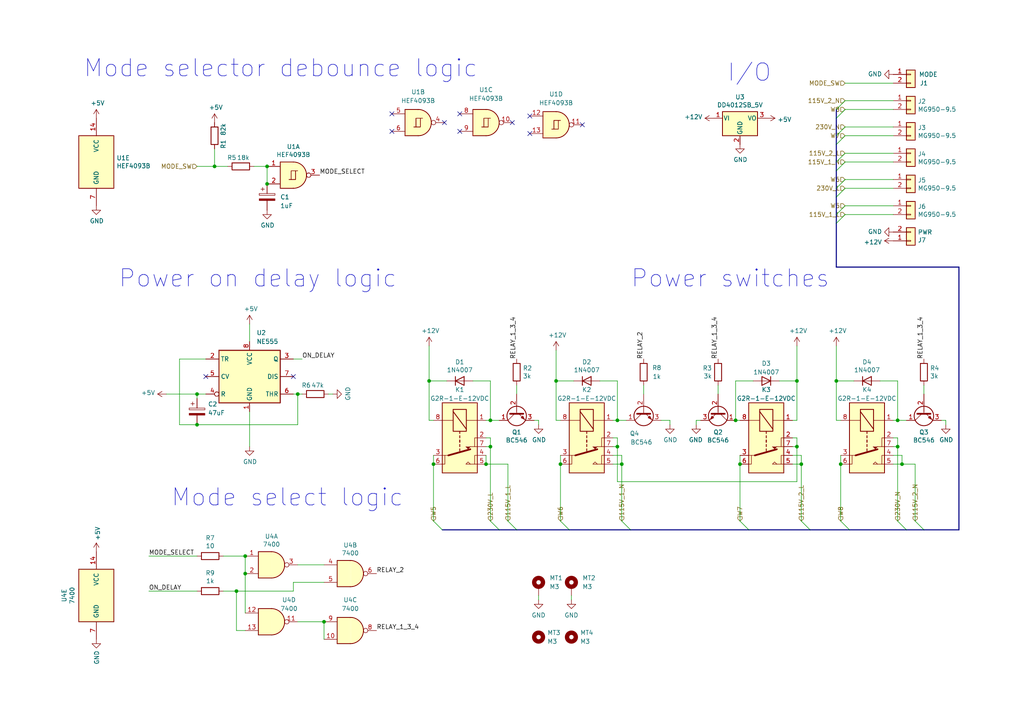
<source format=kicad_sch>
(kicad_sch (version 20211123) (generator eeschema)
  (paper "A4")
  (lib_symbols
    (symbol "4xxx:HEF4093B" (pin_names (offset 1.016))
      (property "Reference" "U" (at 0 1.27 0))
      (property "Value" "HEF4093B" (at 0 -1.27 0))
      (symbol "HEF4093B_1_0"
        (polyline (pts (xy -0.635 -1.27) (xy -0.635 1.27) (xy 0.635 1.27)))
        (polyline (pts (xy -0.635 -1.27) (xy -0.635 1.27) (xy 0.635 1.27)))
        (polyline (pts (xy -1.27 -1.27) (xy 0.635 -1.27) (xy 0.635 1.27) (xy 1.27 1.27)))
        (polyline (pts (xy -1.27 -1.27) (xy 0.635 -1.27) (xy 0.635 1.27) (xy 1.27 1.27)))
      )
      (symbol "HEF4093B_1_1"
        (arc (start 0 -3.81) (mid 3.81 0) (end 0 3.81) (stroke (width 0.254)) (fill (type background)))
        (polyline (pts (xy 0 3.81) (xy -3.81 3.81) (xy -3.81 -3.81) (xy 0 -3.81)) (stroke (width 0.254)) (fill (type background)))
        (pin input line (at -7.62 2.54 0) (length 3.81) (name "~") (number "1"))
        (pin input line (at -7.62 -2.54 0) (length 3.81) (name "~") (number "2"))
        (pin output inverted (at 7.62 0 180) (length 3.81) (name "~") (number "3"))
      )
      (symbol "HEF4093B_1_2"
        (arc (start -3.81 -3.81) (mid -2.589 0) (end -3.81 3.81) (stroke (width 0.254)))
        (arc (start -0.6096 -3.81) (mid 2.1842 -2.5851) (end 3.81 0) (stroke (width 0.254)) (fill (type background)))
        (polyline (pts (xy -3.81 -3.81) (xy -0.635 -3.81)) (stroke (width 0.254)) (fill (type background)))
        (polyline (pts (xy -3.81 3.81) (xy -0.635 3.81)) (stroke (width 0.254)) (fill (type background)))
        (polyline (pts (xy -0.635 3.81) (xy -3.81 3.81) (xy -3.81 3.81) (xy -3.556 3.4036) (xy -3.0226 2.2606) (xy -2.6924 1.0414) (xy -2.6162 -0.254) (xy -2.7686 -1.4986) (xy -3.175 -2.7178) (xy -3.81 -3.81) (xy -3.81 -3.81) (xy -0.635 -3.81)) (stroke (width -25.4)) (fill (type background)))
        (arc (start 3.81 0) (mid 2.1915 2.5936) (end -0.6096 3.81) (stroke (width 0.254)) (fill (type background)))
        (pin input inverted (at -7.62 2.54 0) (length 4.318) (name "~") (number "1"))
        (pin input inverted (at -7.62 -2.54 0) (length 4.318) (name "~") (number "2"))
        (pin output line (at 7.62 0 180) (length 3.81) (name "~") (number "3"))
      )
      (symbol "HEF4093B_2_0"
        (polyline (pts (xy -0.635 -1.27) (xy -0.635 1.27) (xy 0.635 1.27)))
        (polyline (pts (xy -0.635 -1.27) (xy -0.635 1.27) (xy 0.635 1.27)))
        (polyline (pts (xy -1.27 -1.27) (xy 0.635 -1.27) (xy 0.635 1.27) (xy 1.27 1.27)))
        (polyline (pts (xy -1.27 -1.27) (xy 0.635 -1.27) (xy 0.635 1.27) (xy 1.27 1.27)))
      )
      (symbol "HEF4093B_2_1"
        (arc (start 0 -3.81) (mid 3.81 0) (end 0 3.81) (stroke (width 0.254)) (fill (type background)))
        (polyline (pts (xy 0 3.81) (xy -3.81 3.81) (xy -3.81 -3.81) (xy 0 -3.81)) (stroke (width 0.254)) (fill (type background)))
        (pin output inverted (at 7.62 0 180) (length 3.81) (name "~") (number "4"))
        (pin input line (at -7.62 2.54 0) (length 3.81) (name "~") (number "5"))
        (pin input line (at -7.62 -2.54 0) (length 3.81) (name "~") (number "6"))
      )
      (symbol "HEF4093B_2_2"
        (arc (start -3.81 -3.81) (mid -2.589 0) (end -3.81 3.81) (stroke (width 0.254)))
        (arc (start -0.6096 -3.81) (mid 2.1842 -2.5851) (end 3.81 0) (stroke (width 0.254)) (fill (type background)))
        (polyline (pts (xy -3.81 -3.81) (xy -0.635 -3.81)) (stroke (width 0.254)) (fill (type background)))
        (polyline (pts (xy -3.81 3.81) (xy -0.635 3.81)) (stroke (width 0.254)) (fill (type background)))
        (polyline (pts (xy -0.635 3.81) (xy -3.81 3.81) (xy -3.81 3.81) (xy -3.556 3.4036) (xy -3.0226 2.2606) (xy -2.6924 1.0414) (xy -2.6162 -0.254) (xy -2.7686 -1.4986) (xy -3.175 -2.7178) (xy -3.81 -3.81) (xy -3.81 -3.81) (xy -0.635 -3.81)) (stroke (width -25.4)) (fill (type background)))
        (arc (start 3.81 0) (mid 2.1915 2.5936) (end -0.6096 3.81) (stroke (width 0.254)) (fill (type background)))
        (pin output line (at 7.62 0 180) (length 3.81) (name "~") (number "4"))
        (pin input inverted (at -7.62 2.54 0) (length 4.318) (name "~") (number "5"))
        (pin input inverted (at -7.62 -2.54 0) (length 4.318) (name "~") (number "6"))
      )
      (symbol "HEF4093B_3_0"
        (polyline (pts (xy -0.635 -1.27) (xy -0.635 1.27) (xy 0.635 1.27)))
        (polyline (pts (xy -0.635 -1.27) (xy -0.635 1.27) (xy 0.635 1.27)))
        (polyline (pts (xy -1.27 -1.27) (xy 0.635 -1.27) (xy 0.635 1.27) (xy 1.27 1.27)))
        (polyline (pts (xy -1.27 -1.27) (xy 0.635 -1.27) (xy 0.635 1.27) (xy 1.27 1.27)))
      )
      (symbol "HEF4093B_3_1"
        (arc (start 0 -3.81) (mid 3.81 0) (end 0 3.81) (stroke (width 0.254)) (fill (type background)))
        (polyline (pts (xy 0 3.81) (xy -3.81 3.81) (xy -3.81 -3.81) (xy 0 -3.81)) (stroke (width 0.254)) (fill (type background)))
        (pin output inverted (at 7.62 0 180) (length 3.81) (name "~") (number "10"))
        (pin input line (at -7.62 2.54 0) (length 3.81) (name "~") (number "8"))
        (pin input line (at -7.62 -2.54 0) (length 3.81) (name "~") (number "9"))
      )
      (symbol "HEF4093B_3_2"
        (arc (start -3.81 -3.81) (mid -2.589 0) (end -3.81 3.81) (stroke (width 0.254)))
        (arc (start -0.6096 -3.81) (mid 2.1842 -2.5851) (end 3.81 0) (stroke (width 0.254)) (fill (type background)))
        (polyline (pts (xy -3.81 -3.81) (xy -0.635 -3.81)) (stroke (width 0.254)) (fill (type background)))
        (polyline (pts (xy -3.81 3.81) (xy -0.635 3.81)) (stroke (width 0.254)) (fill (type background)))
        (polyline (pts (xy -0.635 3.81) (xy -3.81 3.81) (xy -3.81 3.81) (xy -3.556 3.4036) (xy -3.0226 2.2606) (xy -2.6924 1.0414) (xy -2.6162 -0.254) (xy -2.7686 -1.4986) (xy -3.175 -2.7178) (xy -3.81 -3.81) (xy -3.81 -3.81) (xy -0.635 -3.81)) (stroke (width -25.4)) (fill (type background)))
        (arc (start 3.81 0) (mid 2.1915 2.5936) (end -0.6096 3.81) (stroke (width 0.254)) (fill (type background)))
        (pin output line (at 7.62 0 180) (length 3.81) (name "~") (number "10"))
        (pin input inverted (at -7.62 2.54 0) (length 4.318) (name "~") (number "8"))
        (pin input inverted (at -7.62 -2.54 0) (length 4.318) (name "~") (number "9"))
      )
      (symbol "HEF4093B_4_0"
        (polyline (pts (xy -0.635 -1.27) (xy -0.635 1.27) (xy 0.635 1.27)))
        (polyline (pts (xy -0.635 -1.27) (xy -0.635 1.27) (xy 0.635 1.27)))
        (polyline (pts (xy -1.27 -1.27) (xy 0.635 -1.27) (xy 0.635 1.27) (xy 1.27 1.27)))
        (polyline (pts (xy -1.27 -1.27) (xy 0.635 -1.27) (xy 0.635 1.27) (xy 1.27 1.27)))
      )
      (symbol "HEF4093B_4_1"
        (arc (start 0 -3.81) (mid 3.81 0) (end 0 3.81) (stroke (width 0.254)) (fill (type background)))
        (polyline (pts (xy 0 3.81) (xy -3.81 3.81) (xy -3.81 -3.81) (xy 0 -3.81)) (stroke (width 0.254)) (fill (type background)))
        (pin output inverted (at 7.62 0 180) (length 3.81) (name "~") (number "11"))
        (pin input line (at -7.62 2.54 0) (length 3.81) (name "~") (number "12"))
        (pin input line (at -7.62 -2.54 0) (length 3.81) (name "~") (number "13"))
      )
      (symbol "HEF4093B_4_2"
        (arc (start -3.81 -3.81) (mid -2.589 0) (end -3.81 3.81) (stroke (width 0.254)))
        (arc (start -0.6096 -3.81) (mid 2.1842 -2.5851) (end 3.81 0) (stroke (width 0.254)) (fill (type background)))
        (polyline (pts (xy -3.81 -3.81) (xy -0.635 -3.81)) (stroke (width 0.254)) (fill (type background)))
        (polyline (pts (xy -3.81 3.81) (xy -0.635 3.81)) (stroke (width 0.254)) (fill (type background)))
        (polyline (pts (xy -0.635 3.81) (xy -3.81 3.81) (xy -3.81 3.81) (xy -3.556 3.4036) (xy -3.0226 2.2606) (xy -2.6924 1.0414) (xy -2.6162 -0.254) (xy -2.7686 -1.4986) (xy -3.175 -2.7178) (xy -3.81 -3.81) (xy -3.81 -3.81) (xy -0.635 -3.81)) (stroke (width -25.4)) (fill (type background)))
        (arc (start 3.81 0) (mid 2.1915 2.5936) (end -0.6096 3.81) (stroke (width 0.254)) (fill (type background)))
        (pin output line (at 7.62 0 180) (length 3.81) (name "~") (number "11"))
        (pin input inverted (at -7.62 2.54 0) (length 4.318) (name "~") (number "12"))
        (pin input inverted (at -7.62 -2.54 0) (length 4.318) (name "~") (number "13"))
      )
      (symbol "HEF4093B_5_0"
        (pin power_in line (at 0 12.7 270) (length 5.08) (name "VCC") (number "14"))
        (pin power_in line (at 0 -12.7 90) (length 5.08) (name "GND") (number "7"))
      )
      (symbol "HEF4093B_5_1"
        (rectangle (start -5.08 7.62) (end 5.08 -7.62) (stroke (width 0.254)) (fill (type background)))
      )
    )
    (symbol "74xx:7400" (pin_names (offset 1.016))
      (property "Reference" "U" (at 0 1.27 0))
      (property "Value" "7400" (at 0 -1.27 0))
      (symbol "7400_1_1"
        (arc (start 0 -3.81) (mid 3.81 0) (end 0 3.81) (stroke (width 0.254)) (fill (type background)))
        (polyline (pts (xy 0 3.81) (xy -3.81 3.81) (xy -3.81 -3.81) (xy 0 -3.81)) (stroke (width 0.254)) (fill (type background)))
        (pin input line (at -7.62 2.54 0) (length 3.81) (name "~") (number "1"))
        (pin input line (at -7.62 -2.54 0) (length 3.81) (name "~") (number "2"))
        (pin output inverted (at 7.62 0 180) (length 3.81) (name "~") (number "3"))
      )
      (symbol "7400_1_2"
        (arc (start -3.81 -3.81) (mid -2.589 0) (end -3.81 3.81) (stroke (width 0.254)))
        (arc (start -0.6096 -3.81) (mid 2.1842 -2.5851) (end 3.81 0) (stroke (width 0.254)) (fill (type background)))
        (polyline (pts (xy -3.81 -3.81) (xy -0.635 -3.81)) (stroke (width 0.254)) (fill (type background)))
        (polyline (pts (xy -3.81 3.81) (xy -0.635 3.81)) (stroke (width 0.254)) (fill (type background)))
        (polyline (pts (xy -0.635 3.81) (xy -3.81 3.81) (xy -3.81 3.81) (xy -3.556 3.4036) (xy -3.0226 2.2606) (xy -2.6924 1.0414) (xy -2.6162 -0.254) (xy -2.7686 -1.4986) (xy -3.175 -2.7178) (xy -3.81 -3.81) (xy -3.81 -3.81) (xy -0.635 -3.81)) (stroke (width -25.4)) (fill (type background)))
        (arc (start 3.81 0) (mid 2.1915 2.5936) (end -0.6096 3.81) (stroke (width 0.254)) (fill (type background)))
        (pin input inverted (at -7.62 2.54 0) (length 4.318) (name "~") (number "1"))
        (pin input inverted (at -7.62 -2.54 0) (length 4.318) (name "~") (number "2"))
        (pin output line (at 7.62 0 180) (length 3.81) (name "~") (number "3"))
      )
      (symbol "7400_2_1"
        (arc (start 0 -3.81) (mid 3.81 0) (end 0 3.81) (stroke (width 0.254)) (fill (type background)))
        (polyline (pts (xy 0 3.81) (xy -3.81 3.81) (xy -3.81 -3.81) (xy 0 -3.81)) (stroke (width 0.254)) (fill (type background)))
        (pin input line (at -7.62 2.54 0) (length 3.81) (name "~") (number "4"))
        (pin input line (at -7.62 -2.54 0) (length 3.81) (name "~") (number "5"))
        (pin output inverted (at 7.62 0 180) (length 3.81) (name "~") (number "6"))
      )
      (symbol "7400_2_2"
        (arc (start -3.81 -3.81) (mid -2.589 0) (end -3.81 3.81) (stroke (width 0.254)))
        (arc (start -0.6096 -3.81) (mid 2.1842 -2.5851) (end 3.81 0) (stroke (width 0.254)) (fill (type background)))
        (polyline (pts (xy -3.81 -3.81) (xy -0.635 -3.81)) (stroke (width 0.254)) (fill (type background)))
        (polyline (pts (xy -3.81 3.81) (xy -0.635 3.81)) (stroke (width 0.254)) (fill (type background)))
        (polyline (pts (xy -0.635 3.81) (xy -3.81 3.81) (xy -3.81 3.81) (xy -3.556 3.4036) (xy -3.0226 2.2606) (xy -2.6924 1.0414) (xy -2.6162 -0.254) (xy -2.7686 -1.4986) (xy -3.175 -2.7178) (xy -3.81 -3.81) (xy -3.81 -3.81) (xy -0.635 -3.81)) (stroke (width -25.4)) (fill (type background)))
        (arc (start 3.81 0) (mid 2.1915 2.5936) (end -0.6096 3.81) (stroke (width 0.254)) (fill (type background)))
        (pin input inverted (at -7.62 2.54 0) (length 4.318) (name "~") (number "4"))
        (pin input inverted (at -7.62 -2.54 0) (length 4.318) (name "~") (number "5"))
        (pin output line (at 7.62 0 180) (length 3.81) (name "~") (number "6"))
      )
      (symbol "7400_3_1"
        (arc (start 0 -3.81) (mid 3.81 0) (end 0 3.81) (stroke (width 0.254)) (fill (type background)))
        (polyline (pts (xy 0 3.81) (xy -3.81 3.81) (xy -3.81 -3.81) (xy 0 -3.81)) (stroke (width 0.254)) (fill (type background)))
        (pin input line (at -7.62 -2.54 0) (length 3.81) (name "~") (number "10"))
        (pin output inverted (at 7.62 0 180) (length 3.81) (name "~") (number "8"))
        (pin input line (at -7.62 2.54 0) (length 3.81) (name "~") (number "9"))
      )
      (symbol "7400_3_2"
        (arc (start -3.81 -3.81) (mid -2.589 0) (end -3.81 3.81) (stroke (width 0.254)))
        (arc (start -0.6096 -3.81) (mid 2.1842 -2.5851) (end 3.81 0) (stroke (width 0.254)) (fill (type background)))
        (polyline (pts (xy -3.81 -3.81) (xy -0.635 -3.81)) (stroke (width 0.254)) (fill (type background)))
        (polyline (pts (xy -3.81 3.81) (xy -0.635 3.81)) (stroke (width 0.254)) (fill (type background)))
        (polyline (pts (xy -0.635 3.81) (xy -3.81 3.81) (xy -3.81 3.81) (xy -3.556 3.4036) (xy -3.0226 2.2606) (xy -2.6924 1.0414) (xy -2.6162 -0.254) (xy -2.7686 -1.4986) (xy -3.175 -2.7178) (xy -3.81 -3.81) (xy -3.81 -3.81) (xy -0.635 -3.81)) (stroke (width -25.4)) (fill (type background)))
        (arc (start 3.81 0) (mid 2.1915 2.5936) (end -0.6096 3.81) (stroke (width 0.254)) (fill (type background)))
        (pin input inverted (at -7.62 -2.54 0) (length 4.318) (name "~") (number "10"))
        (pin output line (at 7.62 0 180) (length 3.81) (name "~") (number "8"))
        (pin input inverted (at -7.62 2.54 0) (length 4.318) (name "~") (number "9"))
      )
      (symbol "7400_4_1"
        (arc (start 0 -3.81) (mid 3.81 0) (end 0 3.81) (stroke (width 0.254)) (fill (type background)))
        (polyline (pts (xy 0 3.81) (xy -3.81 3.81) (xy -3.81 -3.81) (xy 0 -3.81)) (stroke (width 0.254)) (fill (type background)))
        (pin output inverted (at 7.62 0 180) (length 3.81) (name "~") (number "11"))
        (pin input line (at -7.62 2.54 0) (length 3.81) (name "~") (number "12"))
        (pin input line (at -7.62 -2.54 0) (length 3.81) (name "~") (number "13"))
      )
      (symbol "7400_4_2"
        (arc (start -3.81 -3.81) (mid -2.589 0) (end -3.81 3.81) (stroke (width 0.254)))
        (arc (start -0.6096 -3.81) (mid 2.1842 -2.5851) (end 3.81 0) (stroke (width 0.254)) (fill (type background)))
        (polyline (pts (xy -3.81 -3.81) (xy -0.635 -3.81)) (stroke (width 0.254)) (fill (type background)))
        (polyline (pts (xy -3.81 3.81) (xy -0.635 3.81)) (stroke (width 0.254)) (fill (type background)))
        (polyline (pts (xy -0.635 3.81) (xy -3.81 3.81) (xy -3.81 3.81) (xy -3.556 3.4036) (xy -3.0226 2.2606) (xy -2.6924 1.0414) (xy -2.6162 -0.254) (xy -2.7686 -1.4986) (xy -3.175 -2.7178) (xy -3.81 -3.81) (xy -3.81 -3.81) (xy -0.635 -3.81)) (stroke (width -25.4)) (fill (type background)))
        (arc (start 3.81 0) (mid 2.1915 2.5936) (end -0.6096 3.81) (stroke (width 0.254)) (fill (type background)))
        (pin output line (at 7.62 0 180) (length 3.81) (name "~") (number "11"))
        (pin input inverted (at -7.62 2.54 0) (length 4.318) (name "~") (number "12"))
        (pin input inverted (at -7.62 -2.54 0) (length 4.318) (name "~") (number "13"))
      )
      (symbol "7400_5_0"
        (pin power_in line (at 0 12.7 270) (length 5.08) (name "VCC") (number "14"))
        (pin power_in line (at 0 -12.7 90) (length 5.08) (name "GND") (number "7"))
      )
      (symbol "7400_5_1"
        (rectangle (start -5.08 7.62) (end 5.08 -7.62) (stroke (width 0.254)) (fill (type background)))
      )
    )
    (symbol "Connector_Generic:Conn_01x02" (pin_names (offset 1.016) hide)
      (property "Reference" "J" (at 0 2.54 0))
      (property "Value" "Conn_01x02" (at 0 -5.08 0))
      (symbol "Conn_01x02_1_1"
        (rectangle (start -1.27 -2.413) (end 0 -2.667) (stroke (width 0.1524)))
        (rectangle (start -1.27 0.127) (end 0 -0.127) (stroke (width 0.1524)))
        (rectangle (start -1.27 1.27) (end 1.27 -3.81) (stroke (width 0.254)) (fill (type background)))
        (pin passive line (at -5.08 0 0) (length 3.81) (name "Pin_1") (number "1"))
        (pin passive line (at -5.08 -2.54 0) (length 3.81) (name "Pin_2") (number "2"))
      )
    )
    (symbol "CustomParts:Omron_G2R-1-E" (pin_names (offset 1.016))
      (property "Reference" "K" (at 11.43 3.81 0))
      (property "Value" "Omron_G2R-1-E" (at 11.43 1.27 0))
      (symbol "Omron_G2R-1-E_0_0"
        (polyline (pts (xy 2.54 3.048) (xy 2.54 5.08)))
        (polyline (pts (xy 7.62 3.048) (xy 7.62 5.08)))
        (polyline (pts (xy 7.62 3.048) (xy 7.62 1.778) (xy 6.985 2.413) (xy 7.62 3.048)))
      )
      (symbol "Omron_G2R-1-E_0_1"
        (rectangle (start -10.16 5.08) (end 10.16 -5.08) (stroke (width 0.254)) (fill (type background)))
        (rectangle (start -8.255 1.905) (end -1.905 -1.905) (stroke (width 0.254)))
        (polyline (pts (xy -7.62 -1.905) (xy -2.54 1.905)) (stroke (width 0.254)))
        (polyline (pts (xy -5.08 -5.08) (xy -5.08 -1.905)))
        (polyline (pts (xy -5.08 5.08) (xy -5.08 1.905)))
        (polyline (pts (xy -1.905 0) (xy -1.27 0)) (stroke (width 0.254)))
        (polyline (pts (xy -0.635 0) (xy 0 0)) (stroke (width 0.254)))
        (polyline (pts (xy 0.635 0) (xy 1.27 0)) (stroke (width 0.254)))
        (polyline (pts (xy 0.635 0) (xy 1.27 0)) (stroke (width 0.254)))
        (polyline (pts (xy 1.905 0) (xy 2.54 0)) (stroke (width 0.254)))
        (polyline (pts (xy 3.175 0) (xy 3.81 0)) (stroke (width 0.254)))
        (polyline (pts (xy 5.08 -3.302) (xy 3.302 3.048)) (stroke (width 0.508)))
        (polyline (pts (xy 5.08 -3.302) (xy 5.08 -5.08)))
        (polyline (pts (xy 0 5.08) (xy 0 4.318) (xy 2.54 4.318)))
        (polyline (pts (xy 2.54 1.778) (xy 3.175 2.413) (xy 2.54 3.048)) (fill (type outline)))
        (polyline (pts (xy 5.08 5.08) (xy 5.08 4.318) (xy 7.62 4.318)))
        (polyline (pts (xy 7.62 -5.08) (xy 7.62 -4.318) (xy 5.08 -4.318)))
      )
      (symbol "Omron_G2R-1-E_1_1"
        (pin passive line (at -5.08 7.62 270) (length 2.54) (name "~") (number "1"))
        (pin passive line (at 0 7.62 270) (length 2.54) (name "~") (number "2"))
        (pin passive line (at 5.08 -7.62 90) (length 2.54) (name "~") (number "3"))
        (pin passive line (at 5.08 7.62 270) (length 2.54) (name "~") (number "4"))
        (pin passive line (at 7.62 7.62 270) (length 2.54) (name "~") (number "5"))
        (pin passive line (at 7.62 -7.62 90) (length 2.54) (name "~") (number "6"))
        (pin passive line (at 2.54 7.62 270) (length 2.54) (name "~") (number "7"))
        (pin passive line (at -5.08 -7.62 90) (length 2.54) (name "~") (number "8"))
      )
    )
    (symbol "Device:C_Polarized" (pin_numbers hide) (pin_names (offset 0.254))
      (property "Reference" "C" (at 0.635 2.54 0))
      (property "Value" "C_Polarized" (at 0.635 -2.54 0))
      (symbol "C_Polarized_0_1"
        (rectangle (start -2.286 0.508) (end 2.286 1.016))
        (polyline (pts (xy -1.778 2.286) (xy -0.762 2.286)))
        (polyline (pts (xy -1.27 2.794) (xy -1.27 1.778)))
        (rectangle (start 2.286 -0.508) (end -2.286 -1.016) (fill (type outline)))
      )
      (symbol "C_Polarized_1_1"
        (pin passive line (at 0 3.81 270) (length 2.794) (name "~") (number "1"))
        (pin passive line (at 0 -3.81 90) (length 2.794) (name "~") (number "2"))
      )
    )
    (symbol "Device:R" (pin_numbers hide) (pin_names (offset 0))
      (property "Reference" "R" (at 2.032 0 90))
      (property "Value" "R" (at 0 0 90))
      (symbol "R_0_1"
        (rectangle (start -1.016 -2.54) (end 1.016 2.54) (stroke (width 0.254)))
      )
      (symbol "R_1_1"
        (pin passive line (at 0 3.81 270) (length 1.27) (name "~") (number "1"))
        (pin passive line (at 0 -3.81 90) (length 1.27) (name "~") (number "2"))
      )
    )
    (symbol "Diode:1N4007" (pin_numbers hide) (pin_names hide)
      (property "Reference" "D" (at 0 2.54 0))
      (property "Value" "1N4007" (at 0 -2.54 0))
      (symbol "1N4007_0_1"
        (polyline (pts (xy -1.27 1.27) (xy -1.27 -1.27)) (stroke (width 0.254)))
        (polyline (pts (xy 1.27 0) (xy -1.27 0)))
        (polyline (pts (xy 1.27 1.27) (xy 1.27 -1.27) (xy -1.27 0) (xy 1.27 1.27)) (stroke (width 0.254)))
      )
      (symbol "1N4007_1_1"
        (pin passive line (at -3.81 0 0) (length 2.54) (name "K") (number "1"))
        (pin passive line (at 3.81 0 180) (length 2.54) (name "A") (number "2"))
      )
    )
    (symbol "Mechanical:MountingHole" (pin_names (offset 1.016))
      (property "Reference" "H" (at 0 5.08 0))
      (property "Value" "MountingHole" (at 0 3.175 0))
      (symbol "MountingHole_0_1"
        (circle (center 0 0) (radius 1.27) (stroke (width 1.27)))
      )
    )
    (symbol "Mechanical:MountingHole_Pad" (pin_numbers hide) (pin_names (offset 1.016) hide)
      (property "Reference" "H" (at 0 6.35 0))
      (property "Value" "MountingHole_Pad" (at 0 4.445 0))
      (symbol "MountingHole_Pad_0_1"
        (circle (center 0 1.27) (radius 1.27) (stroke (width 1.27)))
      )
      (symbol "MountingHole_Pad_1_1"
        (pin input line (at 0 -2.54 90) (length 2.54) (name "1") (number "1"))
      )
    )
    (symbol "Regulator_Linear:LM7805_TO220" (pin_names (offset 0.254))
      (property "Reference" "U" (at -3.81 3.175 0))
      (property "Value" "LM7805_TO220" (at 0 3.175 0))
      (symbol "LM7805_TO220_0_1"
        (rectangle (start -5.08 1.905) (end 5.08 -5.08) (stroke (width 0.254)) (fill (type background)))
      )
      (symbol "LM7805_TO220_1_1"
        (pin power_in line (at -7.62 0 0) (length 2.54) (name "VI") (number "1"))
        (pin power_in line (at 0 -7.62 90) (length 2.54) (name "GND") (number "2"))
        (pin power_out line (at 7.62 0 180) (length 2.54) (name "VO") (number "3"))
      )
    )
    (symbol "Timer:NE555P"
      (property "Reference" "U" (at -10.16 8.89 0))
      (property "Value" "NE555P" (at 2.54 8.89 0))
      (symbol "NE555P_0_0"
        (pin power_in line (at 0 -10.16 90) (length 2.54) (name "GND") (number "1"))
        (pin power_in line (at 0 10.16 270) (length 2.54) (name "VCC") (number "8"))
      )
      (symbol "NE555P_0_1"
        (rectangle (start -8.89 -7.62) (end 8.89 7.62) (stroke (width 0.254)) (fill (type background)))
        (rectangle (start -8.89 -7.62) (end 8.89 7.62) (stroke (width 0.254)) (fill (type background)))
      )
      (symbol "NE555P_1_1"
        (pin input line (at -12.7 5.08 0) (length 3.81) (name "TR") (number "2"))
        (pin output line (at 12.7 5.08 180) (length 3.81) (name "Q") (number "3"))
        (pin input inverted (at -12.7 -5.08 0) (length 3.81) (name "R") (number "4"))
        (pin input line (at -12.7 0 0) (length 3.81) (name "CV") (number "5"))
        (pin input line (at 12.7 -5.08 180) (length 3.81) (name "THR") (number "6"))
        (pin input line (at 12.7 0 180) (length 3.81) (name "DIS") (number "7"))
      )
    )
    (symbol "Transistor_BJT:BC546" (pin_names (offset 0) hide)
      (property "Reference" "Q" (at 5.08 1.905 0))
      (property "Value" "BC546" (at 5.08 0 0))
      (symbol "BC546_0_1"
        (polyline (pts (xy 0 0) (xy 0.635 0)))
        (polyline (pts (xy 0.635 0.635) (xy 2.54 2.54)))
        (polyline (pts (xy 0.635 -0.635) (xy 2.54 -2.54) (xy 2.54 -2.54)))
        (polyline (pts (xy 0.635 1.905) (xy 0.635 -1.905) (xy 0.635 -1.905)) (stroke (width 0.508)))
        (polyline (pts (xy 1.27 -1.778) (xy 1.778 -1.27) (xy 2.286 -2.286) (xy 1.27 -1.778) (xy 1.27 -1.778)) (fill (type outline)))
        (circle (center 1.27 0) (radius 2.8194) (stroke (width 0.254)))
      )
      (symbol "BC546_1_1"
        (pin passive line (at 2.54 5.08 270) (length 2.54) (name "C") (number "1"))
        (pin input line (at -5.08 0 0) (length 5.08) (name "B") (number "2"))
        (pin passive line (at 2.54 -5.08 90) (length 2.54) (name "E") (number "3"))
      )
    )
    (symbol "power:+12V" (power) (pin_names (offset 0))
      (property "Value" "+12V" (at 0 3.556 0))
      (symbol "+12V_0_1"
        (polyline (pts (xy -0.762 1.27) (xy 0 2.54)))
        (polyline (pts (xy 0 0) (xy 0 2.54)))
        (polyline (pts (xy 0 2.54) (xy 0.762 1.27)))
      )
      (symbol "+12V_1_1"
        (pin power_in line (at 0 0 90) (length 0) hide (name "+12V") (number "1"))
      )
    )
    (symbol "power:+5V" (power) (pin_names (offset 0))
      (property "Value" "+5V" (at 0 3.556 0))
      (symbol "+5V_0_1"
        (polyline (pts (xy -0.762 1.27) (xy 0 2.54)))
        (polyline (pts (xy 0 0) (xy 0 2.54)))
        (polyline (pts (xy 0 2.54) (xy 0.762 1.27)))
      )
      (symbol "+5V_1_1"
        (pin power_in line (at 0 0 90) (length 0) hide (name "+5V") (number "1"))
      )
    )
    (symbol "power:GND" (power) (pin_names (offset 0))
      (property "Value" "GND" (at 0 -3.81 0))
      (symbol "GND_0_1"
        (polyline (pts (xy 0 0) (xy 0 -1.27) (xy 1.27 -1.27) (xy 0 -2.54) (xy -1.27 -1.27) (xy 0 -1.27)))
      )
      (symbol "GND_1_1"
        (pin power_in line (at 0 0 270) (length 0) hide (name "GND") (number "1"))
      )
    )
  )
  (junction (at 243.84 134.62))
  (junction (at 140.97 134.62))
  (junction (at 57.15 114.3))
  (junction (at 232.41 134.62))
  (junction (at 77.47 48.26))
  (junction (at 93.98 180.34))
  (junction (at 142.24 129.54))
  (junction (at 71.12 161.29))
  (junction (at 161.29 110.49))
  (junction (at 71.12 166.37))
  (junction (at 231.14 129.54))
  (junction (at 86.36 114.3))
  (junction (at 231.14 110.49))
  (junction (at 142.24 121.92))
  (junction (at 242.57 110.49))
  (junction (at 62.23 48.26))
  (junction (at 124.46 110.49))
  (junction (at 77.47 53.34))
  (junction (at 179.07 121.92))
  (junction (at 213.36 121.92))
  (junction (at 214.63 134.62))
  (junction (at 179.07 129.54))
  (junction (at 68.58 171.45))
  (junction (at 260.35 129.54))
  (junction (at 125.73 134.62))
  (junction (at 180.34 134.62))
  (junction (at 260.35 121.92))
  (junction (at 57.15 123.19))
  (junction (at 261.62 134.62))
  (junction (at 162.56 134.62))
  (no_connect (at 153.67 38.735))
  (no_connect (at 113.665 38.1))
  (no_connect (at 133.35 38.1))
  (no_connect (at 128.905 35.56))
  (no_connect (at 133.35 33.02))
  (no_connect (at 113.665 33.02))
  (no_connect (at 59.69 109.22))
  (no_connect (at 153.67 33.655))
  (no_connect (at 168.91 36.195))
  (no_connect (at 85.09 109.22))
  (no_connect (at 148.59 35.56))
  (bus_entry (at 232.41 151.13) (size 2.54 2.54))
  (bus_entry (at 147.32 151.13) (size 2.54 2.54))
  (bus_entry (at 125.73 151.13) (size 2.54 2.54))
  (bus_entry (at 242.57 54.61) (size 2.54 -2.54))
  (bus_entry (at 242.57 64.77) (size 2.54 -2.54))
  (bus_entry (at 162.56 151.13) (size 2.54 2.54))
  (bus_entry (at 242.57 41.91) (size 2.54 -2.54))
  (bus_entry (at 242.57 49.53) (size 2.54 -2.54))
  (bus_entry (at 242.57 39.37) (size 2.54 -2.54))
  (bus_entry (at 265.43 151.13) (size 2.54 2.54))
  (bus_entry (at 242.57 46.99) (size 2.54 -2.54))
  (bus_entry (at 142.24 151.13) (size 2.54 2.54))
  (bus_entry (at 242.57 31.75) (size 2.54 -2.54))
  (bus_entry (at 180.34 151.13) (size 2.54 2.54))
  (bus_entry (at 214.63 151.13) (size 2.54 2.54))
  (bus_entry (at 242.57 34.29) (size 2.54 -2.54))
  (bus_entry (at 260.35 151.13) (size 2.54 2.54))
  (bus_entry (at 243.84 151.13) (size 2.54 2.54))
  (bus_entry (at 242.57 57.15) (size 2.54 -2.54))
  (bus_entry (at 242.57 62.23) (size 2.54 -2.54))
  (wire (pts (xy 93.98 185.42) (xy 93.98 180.34)))
  (wire (pts (xy 273.05 121.92) (xy 274.32 121.92)))
  (wire (pts (xy 147.32 134.62) (xy 147.32 151.13)))
  (wire (pts (xy 142.24 129.54) (xy 140.97 129.54)))
  (wire (pts (xy 232.41 132.08) (xy 232.41 134.62)))
  (wire (pts (xy 177.8 127) (xy 179.07 127)))
  (wire (pts (xy 73.66 48.26) (xy 77.47 48.26)))
  (wire (pts (xy 259.08 29.21) (xy 245.11 29.21)))
  (bus (pts (xy 242.57 34.29) (xy 242.57 39.37)))
  (wire (pts (xy 179.07 110.49) (xy 173.99 110.49)))
  (wire (pts (xy 259.08 54.61) (xy 245.11 54.61)))
  (wire (pts (xy 180.34 132.08) (xy 180.34 134.62)))
  (wire (pts (xy 85.09 171.45) (xy 68.58 171.45)))
  (wire (pts (xy 86.36 180.34) (xy 93.98 180.34)))
  (wire (pts (xy 57.15 114.3) (xy 48.26 114.3)))
  (wire (pts (xy 52.07 104.14) (xy 59.69 104.14)))
  (wire (pts (xy 179.07 121.92) (xy 179.07 110.49)))
  (wire (pts (xy 124.46 110.49) (xy 124.46 100.33)))
  (bus (pts (xy 242.57 62.23) (xy 242.57 64.77)))
  (wire (pts (xy 231.14 127) (xy 231.14 129.54)))
  (wire (pts (xy 267.97 114.3) (xy 267.97 111.76)))
  (wire (pts (xy 213.36 121.92) (xy 214.63 121.92)))
  (wire (pts (xy 208.28 114.3) (xy 208.28 111.76)))
  (bus (pts (xy 242.57 31.75) (xy 242.57 34.29)))
  (wire (pts (xy 242.57 110.49) (xy 242.57 121.92)))
  (wire (pts (xy 213.36 110.49) (xy 218.44 110.49)))
  (wire (pts (xy 260.35 127) (xy 260.35 129.54)))
  (bus (pts (xy 128.27 153.67) (xy 144.78 153.67)))
  (wire (pts (xy 259.08 24.13) (xy 245.11 24.13)))
  (bus (pts (xy 278.13 77.47) (xy 278.13 153.67)))
  (wire (pts (xy 194.31 121.92) (xy 194.31 123.19)))
  (wire (pts (xy 229.87 121.92) (xy 231.14 121.92)))
  (wire (pts (xy 62.23 48.26) (xy 66.04 48.26)))
  (bus (pts (xy 144.78 153.67) (xy 149.86 153.67)))
  (wire (pts (xy 180.34 134.62) (xy 180.34 151.13)))
  (wire (pts (xy 259.08 44.45) (xy 245.11 44.45)))
  (wire (pts (xy 179.07 127) (xy 179.07 129.54)))
  (wire (pts (xy 161.29 110.49) (xy 161.29 101.6)))
  (wire (pts (xy 201.93 121.92) (xy 203.2 121.92)))
  (wire (pts (xy 259.08 62.23) (xy 245.11 62.23)))
  (wire (pts (xy 77.47 53.34) (xy 77.47 48.26)))
  (wire (pts (xy 213.36 110.49) (xy 213.36 121.92)))
  (wire (pts (xy 142.24 121.92) (xy 144.78 121.92)))
  (bus (pts (xy 242.57 64.77) (xy 242.57 77.47)))
  (wire (pts (xy 261.62 134.62) (xy 265.43 134.62)))
  (wire (pts (xy 247.65 110.49) (xy 242.57 110.49)))
  (wire (pts (xy 57.15 123.19) (xy 86.36 123.19)))
  (wire (pts (xy 259.08 127) (xy 260.35 127)))
  (wire (pts (xy 62.23 43.18) (xy 62.23 48.26)))
  (wire (pts (xy 229.87 132.08) (xy 232.41 132.08)))
  (wire (pts (xy 214.63 132.08) (xy 214.63 134.62)))
  (wire (pts (xy 181.61 121.92) (xy 179.07 121.92)))
  (wire (pts (xy 72.39 99.06) (xy 72.39 93.98)))
  (bus (pts (xy 242.57 57.15) (xy 242.57 62.23)))
  (wire (pts (xy 71.12 177.8) (xy 71.12 166.37)))
  (wire (pts (xy 161.29 110.49) (xy 166.37 110.49)))
  (bus (pts (xy 267.97 153.67) (xy 278.13 153.67)))
  (wire (pts (xy 142.24 129.54) (xy 142.24 151.13)))
  (wire (pts (xy 259.08 121.92) (xy 260.35 121.92)))
  (wire (pts (xy 137.16 110.49) (xy 142.24 110.49)))
  (wire (pts (xy 243.84 132.08) (xy 243.84 134.62)))
  (wire (pts (xy 179.07 129.54) (xy 179.07 139.7)))
  (wire (pts (xy 87.63 114.3) (xy 86.36 114.3)))
  (wire (pts (xy 214.63 134.62) (xy 214.63 151.13)))
  (wire (pts (xy 43.18 171.45) (xy 57.15 171.45)))
  (bus (pts (xy 217.17 153.67) (xy 234.95 153.67)))
  (bus (pts (xy 242.57 39.37) (xy 242.57 41.91)))
  (wire (pts (xy 231.14 110.49) (xy 231.14 100.33)))
  (wire (pts (xy 86.36 114.3) (xy 85.09 114.3)))
  (wire (pts (xy 259.08 46.99) (xy 245.11 46.99)))
  (wire (pts (xy 265.43 134.62) (xy 265.43 151.13)))
  (wire (pts (xy 85.09 168.91) (xy 85.09 171.45)))
  (wire (pts (xy 72.39 119.38) (xy 72.39 129.54)))
  (wire (pts (xy 255.27 110.49) (xy 260.35 110.49)))
  (wire (pts (xy 93.98 168.91) (xy 85.09 168.91)))
  (wire (pts (xy 162.56 132.08) (xy 162.56 134.62)))
  (bus (pts (xy 242.57 46.99) (xy 242.57 49.53)))
  (wire (pts (xy 232.41 134.62) (xy 232.41 151.13)))
  (wire (pts (xy 179.07 129.54) (xy 177.8 129.54)))
  (wire (pts (xy 260.35 121.92) (xy 262.89 121.92)))
  (wire (pts (xy 43.18 161.29) (xy 57.15 161.29)))
  (wire (pts (xy 71.12 166.37) (xy 71.12 161.29)))
  (wire (pts (xy 259.08 36.83) (xy 245.11 36.83)))
  (wire (pts (xy 156.21 123.19) (xy 156.21 121.92)))
  (bus (pts (xy 242.57 77.47) (xy 278.13 77.47)))
  (wire (pts (xy 179.07 121.92) (xy 177.8 121.92)))
  (wire (pts (xy 156.21 121.92) (xy 154.94 121.92)))
  (wire (pts (xy 261.62 132.08) (xy 261.62 134.62)))
  (wire (pts (xy 186.69 114.3) (xy 186.69 111.76)))
  (wire (pts (xy 162.56 134.62) (xy 162.56 151.13)))
  (wire (pts (xy 57.15 114.3) (xy 57.15 115.57)))
  (wire (pts (xy 201.93 123.19) (xy 201.93 121.92)))
  (wire (pts (xy 161.29 121.92) (xy 161.29 110.49)))
  (wire (pts (xy 125.73 132.08) (xy 125.73 134.62)))
  (wire (pts (xy 124.46 110.49) (xy 124.46 121.92)))
  (wire (pts (xy 231.14 110.49) (xy 231.14 121.92)))
  (wire (pts (xy 140.97 132.08) (xy 140.97 134.62)))
  (wire (pts (xy 161.29 121.92) (xy 162.56 121.92)))
  (wire (pts (xy 259.08 31.75) (xy 245.11 31.75)))
  (wire (pts (xy 142.24 127) (xy 142.24 129.54)))
  (wire (pts (xy 232.41 134.62) (xy 229.87 134.62)))
  (wire (pts (xy 259.08 134.62) (xy 261.62 134.62)))
  (bus (pts (xy 149.86 153.67) (xy 165.1 153.67)))
  (bus (pts (xy 246.38 153.67) (xy 262.89 153.67)))
  (wire (pts (xy 177.8 132.08) (xy 180.34 132.08)))
  (wire (pts (xy 259.08 132.08) (xy 261.62 132.08)))
  (wire (pts (xy 52.07 123.19) (xy 57.15 123.19)))
  (wire (pts (xy 68.58 182.88) (xy 68.58 171.45)))
  (wire (pts (xy 180.34 134.62) (xy 177.8 134.62)))
  (bus (pts (xy 242.57 54.61) (xy 242.57 57.15)))
  (bus (pts (xy 262.89 153.67) (xy 267.97 153.67)))
  (wire (pts (xy 85.09 104.14) (xy 87.63 104.14)))
  (wire (pts (xy 142.24 110.49) (xy 142.24 121.92)))
  (wire (pts (xy 68.58 171.45) (xy 64.77 171.45)))
  (wire (pts (xy 125.73 134.62) (xy 125.73 151.13)))
  (wire (pts (xy 156.21 172.72) (xy 156.21 173.99)))
  (wire (pts (xy 226.06 110.49) (xy 231.14 110.49)))
  (wire (pts (xy 260.35 129.54) (xy 259.08 129.54)))
  (wire (pts (xy 229.87 127) (xy 231.14 127)))
  (wire (pts (xy 93.98 163.83) (xy 86.36 163.83)))
  (wire (pts (xy 124.46 121.92) (xy 125.73 121.92)))
  (bus (pts (xy 165.1 153.67) (xy 182.88 153.67)))
  (wire (pts (xy 191.77 121.92) (xy 194.31 121.92)))
  (wire (pts (xy 260.35 151.13) (xy 260.35 129.54)))
  (wire (pts (xy 64.77 161.29) (xy 71.12 161.29)))
  (wire (pts (xy 71.12 182.88) (xy 68.58 182.88)))
  (wire (pts (xy 129.54 110.49) (xy 124.46 110.49)))
  (wire (pts (xy 274.32 121.92) (xy 274.32 123.19)))
  (wire (pts (xy 242.57 121.92) (xy 243.84 121.92)))
  (wire (pts (xy 140.97 121.92) (xy 142.24 121.92)))
  (wire (pts (xy 59.69 114.3) (xy 57.15 114.3)))
  (wire (pts (xy 52.07 123.19) (xy 52.07 104.14)))
  (wire (pts (xy 242.57 110.49) (xy 242.57 100.33)))
  (bus (pts (xy 182.88 153.67) (xy 217.17 153.67)))
  (wire (pts (xy 140.97 127) (xy 142.24 127)))
  (wire (pts (xy 96.52 114.3) (xy 95.25 114.3)))
  (wire (pts (xy 140.97 134.62) (xy 147.32 134.62)))
  (bus (pts (xy 234.95 153.67) (xy 246.38 153.67)))
  (wire (pts (xy 243.84 134.62) (xy 243.84 151.13)))
  (wire (pts (xy 259.08 39.37) (xy 245.11 39.37)))
  (wire (pts (xy 149.86 114.3) (xy 149.86 111.76)))
  (wire (pts (xy 86.36 114.3) (xy 86.36 123.19)))
  (wire (pts (xy 260.35 110.49) (xy 260.35 121.92)))
  (wire (pts (xy 259.08 52.07) (xy 245.11 52.07)))
  (wire (pts (xy 165.735 172.72) (xy 165.735 173.99)))
  (wire (pts (xy 179.07 139.7) (xy 231.14 139.7)))
  (bus (pts (xy 242.57 41.91) (xy 242.57 46.99)))
  (wire (pts (xy 62.23 48.26) (xy 57.15 48.26)))
  (wire (pts (xy 231.14 129.54) (xy 229.87 129.54)))
  (bus (pts (xy 242.57 49.53) (xy 242.57 54.61)))
  (wire (pts (xy 231.14 139.7) (xy 231.14 129.54)))
  (wire (pts (xy 259.08 59.69) (xy 245.11 59.69)))
  (text "Power on delay logic" (at 34.29 83.82 0) (effects (font (size 5.0038 5.0038)) (justify left bottom)))
  (text "Mode selector debounce logic" (at 24.13 22.86 0) (effects (font (size 5.0038 5.0038)) (justify left bottom)))
  (text "Mode select logic" (at 49.53 147.32 0) (effects (font (size 5.0038 5.0038)) (justify left bottom)))
  (text "I/O" (at 210.82 24.13 0) (effects (font (size 5.0038 5.0038)) (justify left bottom)))
  (text "Power switches" (at 182.88 83.82 0) (effects (font (size 5.0038 5.0038)) (justify left bottom)))
  (label "MODE_SELECT" (at 43.18 161.29 0))
  (label "ON_DELAY" (at 87.63 104.14 0))
  (label "MODE_SELECT" (at 92.71 50.8 0))
  (label "ON_DELAY" (at 43.18 171.45 0))
  (label "RELAY_2" (at 186.69 104.14 90))
  (label "RELAY_1_3_4" (at 267.97 104.14 90))
  (label "RELAY_1_3_4" (at 109.22 182.88 0))
  (label "RELAY_2" (at 109.22 166.37 0))
  (label "RELAY_1_3_4" (at 149.86 104.14 90))
  (label "RELAY_1_3_4" (at 208.28 104.14 90))
  (hierarchical_label "MODE_SW" (shape input) (at 57.15 48.26 180))
  (hierarchical_label "115V_1_N" (shape input) (at 245.11 46.99 180))
  (hierarchical_label "230V_L" (shape input) (at 142.24 151.13 90))
  (hierarchical_label "W8" (shape input) (at 243.84 151.13 90))
  (hierarchical_label "W8" (shape input) (at 245.11 31.75 180))
  (hierarchical_label "230V_L" (shape input) (at 245.11 54.61 180))
  (hierarchical_label "W7" (shape input) (at 214.63 151.13 90))
  (hierarchical_label "W7" (shape input) (at 245.11 39.37 180))
  (hierarchical_label "W6" (shape input) (at 162.56 151.13 90))
  (hierarchical_label "230V_N" (shape input) (at 245.11 36.83 180))
  (hierarchical_label "115V_1_N" (shape input) (at 180.34 151.13 90))
  (hierarchical_label "115V_2_N" (shape input) (at 265.43 151.13 90))
  (hierarchical_label "MODE_SW" (shape input) (at 245.11 24.13 180))
  (hierarchical_label "W6" (shape input) (at 245.11 52.07 180))
  (hierarchical_label "115V_1_L" (shape input) (at 147.32 151.13 90))
  (hierarchical_label "W5" (shape input) (at 125.73 151.13 90))
  (hierarchical_label "230V_N" (shape input) (at 260.35 151.13 90))
  (hierarchical_label "115V_2_N" (shape input) (at 245.11 29.21 180))
  (hierarchical_label "115V_2_L" (shape input) (at 245.11 44.45 180))
  (hierarchical_label "115V_2_L" (shape input) (at 232.41 151.13 90))
  (hierarchical_label "115V_1_L" (shape input) (at 245.11 62.23 180))
  (hierarchical_label "W5" (shape input) (at 245.11 59.69 180))
  (symbol (lib_id "Device:R") (at 91.44 114.3 90) (unit 1)
    (property "Reference" "R6" (at 90.17 111.76 90) (effects (justify left)))
    (property "Value" "47k" (at 93.98 111.76 90) (effects (justify left)))
    (property "Footprint" "Resistor_THT:R_Axial_DIN0207_L6.3mm_D2.5mm_P2.54mm_Vertical" (effects hide))
  )
  (symbol (lib_id "power:GND") (at 72.39 129.54 0) (unit 1)
    (property "Reference" "#PWR0101" (effects hide))
    (property "Value" "GND" (at 72.517 133.9342 0))
  )
  (symbol (lib_id "power:+5V") (at 72.39 93.98 0) (unit 1)
    (property "Reference" "#PWR0102" (effects hide))
    (property "Value" "+5V" (at 72.771 89.5858 0))
  )
  (symbol (lib_id "power:GND") (at 96.52 114.3 90) (unit 1)
    (property "Reference" "#PWR0103" (effects hide))
    (property "Value" "GND" (at 100.9142 114.173 0))
  )
  (symbol (lib_id "power:+5V") (at 48.26 114.3 90) (unit 1)
    (property "Reference" "#PWR0104" (effects hide))
    (property "Value" "+5V" (at 45.0088 113.919 90) (effects (justify left)))
  )
  (symbol (lib_id "74xx:7400") (at 78.74 163.83 0) (unit 1)
    (property "Reference" "U4" (at 78.74 155.575 0))
    (property "Value" "7400" (at 78.74 157.8864 0))
    (property "Footprint" "Package_DIP:DIP-14_W7.62mm_Socket_LongPads" (effects hide))
    (property "Datasheet" "http://www.ti.com/lit/gpn/sn7400" (effects hide))
  )
  (symbol (lib_id "74xx:7400") (at 101.6 166.37 0) (unit 2)
    (property "Reference" "U4" (at 101.6 158.115 0))
    (property "Value" "7400" (at 101.6 160.4264 0))
    (property "Footprint" "Package_DIP:DIP-14_W7.62mm_Socket_LongPads" (effects hide))
    (property "Datasheet" "http://www.ti.com/lit/gpn/sn7400" (effects hide))
  )
  (symbol (lib_id "74xx:7400") (at 101.6 182.88 0) (unit 3)
    (property "Reference" "U4" (at 101.6 173.99 0))
    (property "Value" "7400" (at 101.6 176.53 0))
    (property "Footprint" "Package_DIP:DIP-14_W7.62mm_Socket_LongPads" (effects hide))
    (property "Datasheet" "http://www.ti.com/lit/gpn/sn7400" (effects hide))
  )
  (symbol (lib_id "74xx:7400") (at 78.74 180.34 0) (unit 4)
    (property "Reference" "U4" (at 83.82 173.99 0))
    (property "Value" "7400" (at 83.82 176.53 0))
    (property "Footprint" "Package_DIP:DIP-14_W7.62mm_Socket_LongPads" (effects hide))
    (property "Datasheet" "http://www.ti.com/lit/gpn/sn7400" (effects hide))
  )
  (symbol (lib_id "74xx:7400") (at 27.94 172.72 0) (unit 5)
    (property "Reference" "U4" (at 18.6182 172.72 90))
    (property "Value" "7400" (at 20.9296 172.72 90))
    (property "Footprint" "Package_DIP:DIP-14_W7.62mm_Socket_LongPads" (effects hide))
    (property "Datasheet" "http://www.ti.com/lit/gpn/sn7400" (effects hide))
  )
  (symbol (lib_id "Device:R") (at 60.96 171.45 270) (unit 1)
    (property "Reference" "R9" (at 60.96 166.1922 90))
    (property "Value" "1k" (at 60.96 168.5036 90))
    (property "Footprint" "Resistor_THT:R_Axial_DIN0207_L6.3mm_D2.5mm_P2.54mm_Vertical" (effects hide))
  )
  (symbol (lib_id "power:+5V") (at 27.94 160.02 0) (unit 1)
    (property "Reference" "#PWR0105" (effects hide))
    (property "Value" "+5V" (at 28.321 156.7688 90) (effects (justify left)))
  )
  (symbol (lib_id "power:GND") (at 27.94 185.42 0) (unit 1)
    (property "Reference" "#PWR0106" (effects hide))
    (property "Value" "GND" (at 28.067 188.6712 90) (effects (justify right)))
  )
  (symbol (lib_id "Transistor_BJT:BC546") (at 186.69 119.38 90) (mirror x) (unit 1)
    (property "Reference" "Q4" (at 185.42 125.73 90) (effects (justify left)))
    (property "Value" "BC546" (at 189.23 128.27 90) (effects (justify left)))
    (property "Footprint" "Package_TO_SOT_THT:TO-92_HandSolder" (effects hide))
    (property "Datasheet" "http://www.fairchildsemi.com/ds/BC/BC547.pdf" (effects hide))
  )
  (symbol (lib_id "Device:R") (at 60.96 161.29 270) (unit 1)
    (property "Reference" "R7" (at 60.96 156.0322 90))
    (property "Value" "10" (at 60.96 158.3436 90))
    (property "Footprint" "Resistor_THT:R_Axial_DIN0207_L6.3mm_D2.5mm_P2.54mm_Vertical" (effects hide))
  )
  (symbol (lib_id "Device:R") (at 186.69 107.95 180) (unit 1)
    (property "Reference" "R8" (at 190.5 106.68 0))
    (property "Value" "1k" (at 190.5 109.22 0))
    (property "Footprint" "Resistor_THT:R_Axial_DIN0207_L6.3mm_D2.5mm_P2.54mm_Vertical" (effects hide))
  )
  (symbol (lib_id "power:GND") (at 194.31 123.19 0) (unit 1)
    (property "Reference" "#PWR0107" (effects hide))
    (property "Value" "GND" (at 194.437 127.5842 0))
  )
  (symbol (lib_id "CustomParts:Omron_G2R-1-E") (at 170.18 127 270) (unit 1)
    (property "Reference" "K2" (at 170.18 113.03 90))
    (property "Value" "G2R-1-E-12VDC" (at 170.18 115.57 90))
    (property "Footprint" "CustomParts:Relay_SPDT_Omron_G2R-1-E" (effects hide))
    (property "Datasheet" "https://omronfs.omron.com/en_US/ecb/products/pdf/en-g2r.pdf" (effects hide))
  )
  (symbol (lib_id "CustomParts:Omron_G2R-1-E") (at 133.35 127 270) (unit 1)
    (property "Reference" "K1" (at 133.35 113.03 90))
    (property "Value" "G2R-1-E-12VDC" (at 133.35 115.57 90))
    (property "Footprint" "CustomParts:Relay_SPDT_Omron_G2R-1-E" (effects hide))
    (property "Datasheet" "https://omronfs.omron.com/en_US/ecb/products/pdf/en-g2r.pdf" (effects hide))
  )
  (symbol (lib_id "Diode:1N4007") (at 170.18 110.49 0) (unit 1)
    (property "Reference" "D2" (at 170.18 105.0036 0))
    (property "Value" "1N4007" (at 170.18 107.315 0))
    (property "Footprint" "Diode_THT:D_DO-41_SOD81_P10.16mm_Horizontal" (effects hide))
    (property "Datasheet" "http://www.vishay.com/docs/88503/1n4001.pdf" (effects hide))
  )
  (symbol (lib_id "Diode:1N4007") (at 133.35 110.49 0) (unit 1)
    (property "Reference" "D1" (at 133.35 105.0036 0))
    (property "Value" "1N4007" (at 133.35 107.315 0))
    (property "Footprint" "Diode_THT:D_DO-41_SOD81_P10.16mm_Horizontal" (effects hide))
    (property "Datasheet" "http://www.vishay.com/docs/88503/1n4001.pdf" (effects hide))
  )
  (symbol (lib_id "power:+12V") (at 161.29 101.6 0) (unit 1)
    (property "Reference" "#PWR0109" (effects hide))
    (property "Value" "+12V" (at 161.671 97.2058 0))
  )
  (symbol (lib_id "Transistor_BJT:BC546") (at 149.86 119.38 90) (mirror x) (unit 1)
    (property "Reference" "Q1" (at 149.86 125.3744 90))
    (property "Value" "BC546" (at 149.86 127.6858 90))
    (property "Footprint" "Package_TO_SOT_THT:TO-92_HandSolder" (effects hide))
    (property "Datasheet" "http://www.fairchildsemi.com/ds/BC/BC547.pdf" (effects hide))
  )
  (symbol (lib_id "Device:R") (at 149.86 107.95 180) (unit 1)
    (property "Reference" "R2" (at 151.638 106.7816 0) (effects (justify right)))
    (property "Value" "3k" (at 151.638 109.093 0) (effects (justify right)))
    (property "Footprint" "Resistor_THT:R_Axial_DIN0207_L6.3mm_D2.5mm_P2.54mm_Vertical" (effects hide))
  )
  (symbol (lib_id "power:GND") (at 156.21 123.19 0) (unit 1)
    (property "Reference" "#PWR0110" (effects hide))
    (property "Value" "GND" (at 156.337 127.5842 0))
  )
  (symbol (lib_id "Regulator_Linear:LM7805_TO220") (at 214.63 34.29 0) (unit 1)
    (property "Reference" "U3" (at 214.63 28.1432 0))
    (property "Value" "DD4012SB_5V" (at 214.63 30.4546 0))
    (property "Footprint" "CustomParts:TO-220-3_Horizontal_TabDown_NoHole" (effects hide))
    (property "Datasheet" "http://www.fairchildsemi.com/ds/LM/LM7805.pdf" (effects hide))
  )
  (symbol (lib_id "power:GND") (at 214.63 41.91 0) (unit 1)
    (property "Reference" "#PWR0119" (effects hide))
    (property "Value" "GND" (at 214.757 46.3042 0))
  )
  (symbol (lib_id "power:+12V") (at 207.01 34.29 90) (unit 1)
    (property "Reference" "#PWR0120" (effects hide))
    (property "Value" "+12V" (at 203.7588 33.909 90) (effects (justify left)))
  )
  (symbol (lib_id "power:+5V") (at 222.25 34.29 270) (unit 1)
    (property "Reference" "#PWR0121" (effects hide))
    (property "Value" "+5V" (at 225.5012 34.671 90) (effects (justify left)))
  )
  (symbol (lib_id "power:+12V") (at 124.46 100.33 0) (unit 1)
    (property "Reference" "#PWR0111" (effects hide))
    (property "Value" "+12V" (at 124.841 95.9358 0))
  )
  (symbol (lib_id "CustomParts:Omron_G2R-1-E") (at 222.25 127 270) (unit 1)
    (property "Reference" "K3" (at 222.25 113.03 90))
    (property "Value" "G2R-1-E-12VDC" (at 222.25 115.57 90))
    (property "Footprint" "CustomParts:Relay_SPDT_Omron_G2R-1-E" (effects hide))
    (property "Datasheet" "https://omronfs.omron.com/en_US/ecb/products/pdf/en-g2r.pdf" (effects hide))
  )
  (symbol (lib_id "Diode:1N4007") (at 222.25 110.49 180) (unit 1)
    (property "Reference" "D3" (at 222.25 105.41 0))
    (property "Value" "1N4007" (at 222.25 107.95 0))
    (property "Footprint" "Diode_THT:D_DO-41_SOD81_P10.16mm_Horizontal" (effects hide))
    (property "Datasheet" "http://www.vishay.com/docs/88503/1n4001.pdf" (effects hide))
  )
  (symbol (lib_id "Transistor_BJT:BC546") (at 208.28 119.38 270) (unit 1)
    (property "Reference" "Q2" (at 208.28 125.3744 90))
    (property "Value" "BC546" (at 208.28 127.6858 90))
    (property "Footprint" "Package_TO_SOT_THT:TO-92_HandSolder" (effects hide))
    (property "Datasheet" "http://www.fairchildsemi.com/ds/BC/BC547.pdf" (effects hide))
  )
  (symbol (lib_id "Device:R") (at 208.28 107.95 0) (mirror x) (unit 1)
    (property "Reference" "R3" (at 206.502 106.7816 0) (effects (justify right)))
    (property "Value" "3k" (at 206.502 109.093 0) (effects (justify right)))
    (property "Footprint" "Resistor_THT:R_Axial_DIN0207_L6.3mm_D2.5mm_P2.54mm_Vertical" (effects hide))
  )
  (symbol (lib_id "power:GND") (at 201.93 123.19 0) (mirror y) (unit 1)
    (property "Reference" "#PWR0112" (effects hide))
    (property "Value" "GND" (at 201.803 127.5842 0))
  )
  (symbol (lib_id "power:+12V") (at 231.14 100.33 0) (unit 1)
    (property "Reference" "#PWR0113" (effects hide))
    (property "Value" "+12V" (at 231.521 95.9358 0))
  )
  (symbol (lib_id "CustomParts:Omron_G2R-1-E") (at 251.46 127 270) (unit 1)
    (property "Reference" "K4" (at 251.46 113.03 90))
    (property "Value" "G2R-1-E-12VDC" (at 251.46 115.57 90))
    (property "Footprint" "CustomParts:Relay_SPDT_Omron_G2R-1-E" (effects hide))
    (property "Datasheet" "https://omronfs.omron.com/en_US/ecb/products/pdf/en-g2r.pdf" (effects hide))
  )
  (symbol (lib_id "Diode:1N4007") (at 251.46 110.49 0) (unit 1)
    (property "Reference" "D4" (at 251.46 105.0036 0))
    (property "Value" "1N4007" (at 251.46 107.315 0))
    (property "Footprint" "Diode_THT:D_DO-41_SOD81_P10.16mm_Horizontal" (effects hide))
    (property "Datasheet" "http://www.vishay.com/docs/88503/1n4001.pdf" (effects hide))
  )
  (symbol (lib_id "Transistor_BJT:BC546") (at 267.97 119.38 90) (mirror x) (unit 1)
    (property "Reference" "Q3" (at 267.97 125.3744 90))
    (property "Value" "BC546" (at 267.97 127.6858 90))
    (property "Footprint" "Package_TO_SOT_THT:TO-92_HandSolder" (effects hide))
    (property "Datasheet" "http://www.fairchildsemi.com/ds/BC/BC547.pdf" (effects hide))
  )
  (symbol (lib_id "Device:R") (at 267.97 107.95 180) (unit 1)
    (property "Reference" "R4" (at 269.748 106.7816 0) (effects (justify right)))
    (property "Value" "3k" (at 269.748 109.093 0) (effects (justify right)))
    (property "Footprint" "Resistor_THT:R_Axial_DIN0207_L6.3mm_D2.5mm_P2.54mm_Vertical" (effects hide))
  )
  (symbol (lib_id "power:GND") (at 274.32 123.19 0) (unit 1)
    (property "Reference" "#PWR0114" (effects hide))
    (property "Value" "GND" (at 274.447 127.5842 0))
  )
  (symbol (lib_id "power:+12V") (at 242.57 100.33 0) (unit 1)
    (property "Reference" "#PWR0115" (effects hide))
    (property "Value" "+12V" (at 242.951 95.9358 0))
  )
  (symbol (lib_id "4xxx:HEF4093B") (at 85.09 50.8 0) (unit 1)
    (property "Reference" "U1" (at 85.09 42.545 0))
    (property "Value" "HEF4093B" (at 85.09 44.8564 0))
    (property "Footprint" "Package_DIP:DIP-14_W7.62mm_Socket_LongPads" (effects hide))
    (property "Datasheet" "https://assets.nexperia.com/documents/data-sheet/HEF4093B.pdf" (effects hide))
  )
  (symbol (lib_id "4xxx:HEF4093B") (at 27.94 46.99 0) (unit 5)
    (property "Reference" "U1" (at 33.782 45.8216 0) (effects (justify left)))
    (property "Value" "HEF4093B" (at 33.782 48.133 0) (effects (justify left)))
    (property "Footprint" "Package_DIP:DIP-14_W7.62mm_Socket_LongPads" (effects hide))
    (property "Datasheet" "https://assets.nexperia.com/documents/data-sheet/HEF4093B.pdf" (effects hide))
  )
  (symbol (lib_id "Device:R") (at 62.23 39.37 0) (unit 1)
    (property "Reference" "R1" (at 64.77 43.18 90) (effects (justify left)))
    (property "Value" "82k" (at 64.77 39.37 90) (effects (justify left)))
    (property "Footprint" "Resistor_THT:R_Axial_DIN0207_L6.3mm_D2.5mm_P2.54mm_Vertical" (effects hide))
  )
  (symbol (lib_id "Device:R") (at 69.85 48.26 90) (unit 1)
    (property "Reference" "R5" (at 68.58 45.72 90) (effects (justify left)))
    (property "Value" "18k" (at 72.39 45.72 90) (effects (justify left)))
    (property "Footprint" "Resistor_THT:R_Axial_DIN0207_L6.3mm_D2.5mm_P2.54mm_Vertical" (effects hide))
  )
  (symbol (lib_id "power:GND") (at 77.47 60.96 0) (unit 1)
    (property "Reference" "#PWR0122" (effects hide))
    (property "Value" "GND" (at 77.597 65.3542 0))
  )
  (symbol (lib_id "power:+5V") (at 62.23 35.56 0) (unit 1)
    (property "Reference" "#PWR0123" (effects hide))
    (property "Value" "+5V" (at 62.611 31.1658 0))
  )
  (symbol (lib_id "Connector_Generic:Conn_01x02") (at 264.16 21.59 0) (unit 1)
    (property "Reference" "J1" (at 267.97 24.13 0))
    (property "Value" "MODE" (at 269.24 21.59 0))
    (property "Footprint" "Connector_JST:JST_PH_B2B-PH-K_1x02_P2.00mm_Vertical" (effects hide))
  )
  (symbol (lib_id "power:GND") (at 27.94 59.69 0) (unit 1)
    (property "Reference" "#PWR0125" (effects hide))
    (property "Value" "GND" (at 28.067 64.0842 0))
  )
  (symbol (lib_id "power:+5V") (at 27.94 34.29 0) (unit 1)
    (property "Reference" "#PWR0126" (effects hide))
    (property "Value" "+5V" (at 28.321 29.8958 0))
  )
  (symbol (lib_id "Connector_Generic:Conn_01x02") (at 264.16 29.21 0) (unit 1)
    (property "Reference" "J2" (at 266.192 29.4132 0) (effects (justify left)))
    (property "Value" "MG950-9.5" (at 266.192 31.7246 0) (effects (justify left)))
    (property "Footprint" "CustomParts:TerminalBlock_CixiMeigan_MG950-9.5-2_P9.52mm" (effects hide))
  )
  (symbol (lib_id "Connector_Generic:Conn_01x02") (at 264.16 36.83 0) (unit 1)
    (property "Reference" "J3" (at 266.192 37.0332 0) (effects (justify left)))
    (property "Value" "MG950-9.5" (at 266.192 39.3446 0) (effects (justify left)))
    (property "Footprint" "CustomParts:TerminalBlock_CixiMeigan_MG950-9.5-2_P9.52mm" (effects hide))
  )
  (symbol (lib_id "Connector_Generic:Conn_01x02") (at 264.16 44.45 0) (unit 1)
    (property "Reference" "J4" (at 266.192 44.6532 0) (effects (justify left)))
    (property "Value" "MG950-9.5" (at 266.192 46.9646 0) (effects (justify left)))
    (property "Footprint" "CustomParts:TerminalBlock_CixiMeigan_MG950-9.5-2_P9.52mm" (effects hide))
  )
  (symbol (lib_id "Connector_Generic:Conn_01x02") (at 264.16 52.07 0) (unit 1)
    (property "Reference" "J5" (at 266.192 52.2732 0) (effects (justify left)))
    (property "Value" "MG950-9.5" (at 266.192 54.5846 0) (effects (justify left)))
    (property "Footprint" "CustomParts:TerminalBlock_CixiMeigan_MG950-9.5-2_P9.52mm" (effects hide))
  )
  (symbol (lib_id "Connector_Generic:Conn_01x02") (at 264.16 59.69 0) (unit 1)
    (property "Reference" "J6" (at 266.192 59.8932 0) (effects (justify left)))
    (property "Value" "MG950-9.5" (at 266.192 62.2046 0) (effects (justify left)))
    (property "Footprint" "CustomParts:TerminalBlock_CixiMeigan_MG950-9.5-2_P9.52mm" (effects hide))
  )
  (symbol (lib_id "Connector_Generic:Conn_01x02") (at 264.16 69.85 0) (mirror x) (unit 1)
    (property "Reference" "J7" (at 266.192 69.6468 0) (effects (justify left)))
    (property "Value" "PWR" (at 266.192 67.3354 0) (effects (justify left)))
    (property "Footprint" "CustomParts:TerminalBlock_bornier-2_P5.08mm_no_line" (effects hide))
  )
  (symbol (lib_id "power:+12V") (at 259.08 69.85 90) (mirror x) (unit 1)
    (property "Reference" "#PWR0116" (effects hide))
    (property "Value" "+12V" (at 255.8288 70.231 90) (effects (justify left)))
  )
  (symbol (lib_id "power:GND") (at 259.08 67.31 270) (mirror x) (unit 1)
    (property "Reference" "#PWR0117" (effects hide))
    (property "Value" "GND" (at 255.8288 67.183 90) (effects (justify right)))
  )
  (symbol (lib_id "power:GND") (at 259.08 21.59 270) (mirror x) (unit 1)
    (property "Reference" "#PWR0124" (effects hide))
    (property "Value" "GND" (at 255.8288 21.463 90) (effects (justify right)))
  )
  (symbol (lib_id "Mechanical:MountingHole") (at 156.21 184.785 0) (unit 1)
    (property "Reference" "MT3" (at 158.75 183.5149 0) (effects (justify left)))
    (property "Value" "M3" (at 158.75 186.0549 0) (effects (justify left)))
    (property "Footprint" "MountingHole:MountingHole_3.2mm_M3" (effects hide))
  )
  (symbol (lib_id "4xxx:HEF4093B") (at 161.29 36.195 0) (unit 4)
    (property "Reference" "U1" (at 161.29 27.305 0))
    (property "Value" "HEF4093B" (at 161.29 29.845 0))
    (property "Datasheet" "https://assets.nexperia.com/documents/data-sheet/HEF4093B.pdf" (effects hide))
  )
  (symbol (lib_id "4xxx:HEF4093B") (at 140.97 35.56 0) (unit 3)
    (property "Reference" "U1" (at 140.97 26.035 0))
    (property "Value" "HEF4093B" (at 140.97 28.575 0))
    (property "Datasheet" "https://assets.nexperia.com/documents/data-sheet/HEF4093B.pdf" (effects hide))
  )
  (symbol (lib_id "power:GND") (at 156.21 173.99 0) (unit 1)
    (property "Reference" "#PWR0140" (effects hide))
    (property "Value" "GND" (at 156.21 178.435 0))
  )
  (symbol (lib_id "Mechanical:MountingHole_Pad") (at 165.735 170.18 0) (unit 1)
    (property "Reference" "MT2" (at 168.91 167.6399 0) (effects (justify left)))
    (property "Value" "M3" (at 168.91 170.1799 0) (effects (justify left)))
    (property "Footprint" "MountingHole:MountingHole_3.2mm_M3_Pad" (effects hide))
  )
  (symbol (lib_id "Timer:NE555P") (at 72.39 109.22 0) (unit 1)
    (property "Reference" "U2" (at 74.4094 96.52 0) (effects (justify left)))
    (property "Value" "NE555" (at 74.4094 99.06 0) (effects (justify left)))
    (property "Footprint" "Package_DIP:DIP-8_W7.62mm_Socket_LongPads" (effects hide))
    (property "Datasheet" "http://www.ti.com/lit/ds/symlink/ne555.pdf" (effects hide))
  )
  (symbol (lib_id "Mechanical:MountingHole_Pad") (at 156.21 170.18 0) (unit 1)
    (property "Reference" "MT1" (at 159.385 167.6399 0) (effects (justify left)))
    (property "Value" "M3" (at 159.385 170.1799 0) (effects (justify left)))
    (property "Footprint" "MountingHole:MountingHole_3.2mm_M3_Pad" (effects hide))
  )
  (symbol (lib_id "power:GND") (at 165.735 173.99 0) (unit 1)
    (property "Reference" "#PWR0139" (effects hide))
    (property "Value" "GND" (at 165.735 178.435 0))
  )
  (symbol (lib_id "Mechanical:MountingHole") (at 165.735 184.785 0) (unit 1)
    (property "Reference" "MT4" (at 168.275 183.5149 0) (effects (justify left)))
    (property "Value" "M3" (at 168.275 186.0549 0) (effects (justify left)))
    (property "Footprint" "MountingHole:MountingHole_3.2mm_M3" (effects hide))
  )
  (symbol (lib_id "Device:C_Polarized") (at 77.47 57.15 0) (unit 1)
    (property "Reference" "C1" (at 81.28 57.15 0) (effects (justify left)))
    (property "Value" "1uF" (at 81.28 59.69 0) (effects (justify left)))
    (property "Footprint" "Capacitor_THT:CP_Radial_Tantal_D4.5mm_P2.50mm" (effects hide))
  )
  (symbol (lib_id "Device:C_Polarized") (at 57.15 119.38 0) (unit 1)
    (property "Reference" "C2" (at 60.325 117.2209 0) (effects (justify left)))
    (property "Value" "47uF" (at 60.325 119.7609 0) (effects (justify left)))
    (property "Footprint" "Capacitor_THT:CP_Radial_Tantal_D5.0mm_P5.00mm" (effects hide))
  )
  (symbol (lib_id "4xxx:HEF4093B") (at 121.285 35.56 0) (unit 2)
    (property "Reference" "U1" (at 121.285 26.67 0))
    (property "Value" "HEF4093B" (at 121.285 29.21 0))
    (property "Datasheet" "https://assets.nexperia.com/documents/data-sheet/HEF4093B.pdf" (effects hide))
  )
)
</source>
